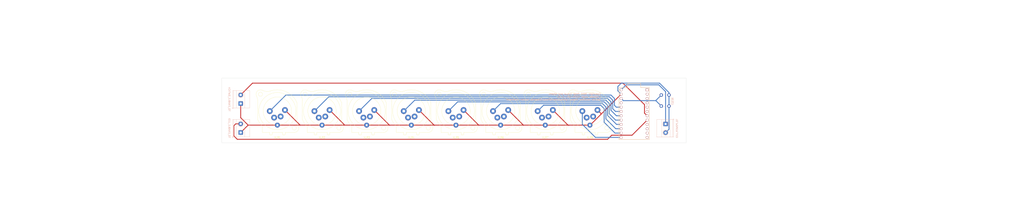
<source format=kicad_pcb>
(kicad_pcb (version 20211014) (generator pcbnew)
  (layers (0 "F.Cu" signal) (31 "B.Cu" signal) (34 "B.Paste" user) (35 "F.Paste" user) (36 "B.SilkS" user "B.Silkscreen") (37 "F.SilkS" user "F.Silkscreen") (38 "B.Mask" user) (39 "F.Mask" user) (44 "Edge.Cuts" user))
  (net 0 "")
  (net 18 "GND")
  (net 20 "Net-(J11-Pad2)")
  (net 21 "Net-(J12-Pad2)")
  (net 22 "Net-(J13-Pad1)")
  (net 23 "Net-(SW1-Pad1)")
  (net 31 "/XLR1")
  (net 32 "/XLR2")
  (net 33 "/XLR3")
  (net 34 "/XLR4")
  (net 35 "/XLR5")
  (net 36 "/XLR6")
  (net 37 "/XLR7")
  (net 38 "/XLR8")
  (footprint "Connector_Audio:Jack_XLR_Neutrik_NC4MBV_Vertical" (layer "F.Cu") (at 158.541849 136.425767)
    (fp_text reference "J4" hide)
    (fp_text value "XLR4" (at 4.445 15.5) (layer "F.SilkS"))
    (fp_line (start 7.5 12.5) (end 7.5 13.7) (layer "F.SilkS") (width 0.12))
    (fp_line (start 15.94 6.18) (end 15.94 -4.9) (layer "F.SilkS") (width 0.12))
    (fp_line (start 9 13.7) (end 8.7 14) (layer "F.SilkS") (width 0.12))
    (fp_line (start 9 12.5) (end 9 13.7) (layer "F.SilkS") (width 0.12))
    (fp_line (start -0.11 13.7) (end 0.19 14) (layer "F.SilkS") (width 0.12))
    (fp_line (start 7.5 13.7) (end 7.8 14) (layer "F.SilkS") (width 0.12))
    (fp_line (start 14.45 12.5) (end 9 12.5) (layer "F.SilkS") (width 0.12))
    (fp_line (start -4.3 12.5) (end -4.3 8.98) (layer "F.SilkS") (width 0.12))
    (fp_line (start 7.8 14) (end 8.7 14) (layer "F.SilkS") (width 0.12))
    (fp_line (start -0.11 12.5) (end -0.11 13.7) (layer "F.SilkS") (width 0.12))
    (fp_line (start 1.39 13.7) (end 1.09 14) (layer "F.SilkS") (width 0.12))
    (fp_line (start 1.39 12.5) (end 1.39 13.7) (layer "F.SilkS") (width 0.12))
    (fp_line (start 1.09 14) (end 0.19 14) (layer "F.SilkS") (width 0.12))
    (fp_line (start -7.05 -6.08) (end -7.05 4.95) (layer "F.SilkS") (width 0.12))
    (fp_line (start 7.5 12.5) (end 1.39 12.5) (layer "F.SilkS") (width 0.12))
    (fp_line (start -0.11 12.5) (end -4.3 12.5) (layer "F.SilkS") (width 0.12))
    (fp_arc (start 0.433843 -11.835383) (mid -1.946442 -11.543029) (end -4.25 -12.21) (layer "F.SilkS") (width 0.12))
    (fp_arc (start -7.729201 -8.641635) (mid -7.2465 -7.39876) (end -7.05 -6.08) (layer "F.SilkS") (width 0.12))
    (fp_arc (start 16.598286 8.654414) (mid 16.841335 10.672303) (end 15.56 12.25) (layer "F.SilkS") (width 0.12))
    (fp_arc (start -7.725637 -8.636048) (mid -7.316154 -11.714819) (end -4.25 -12.21) (layer "F.SilkS") (width 0.12))
    (fp_arc (start 16.596979 8.653179) (mid 16.135244 7.451985) (end 15.94 6.18) (layer "F.SilkS") (width 0.12))
    (fp_arc (start 2.735 8.12) (mid 4.451114 -8.2981) (end 6.143033 8.122511) (layer "F.SilkS") (width 0.12))
    (fp_arc (start 15.558668 12.251777) (mid 15.018058 12.437185) (end 14.45 12.5) (layer "F.SilkS") (width 0.12))
    (fp_arc (start 0.441327 -11.837045) (mid 9.549963 -11.405454) (end 15.94 -4.9) (layer "F.SilkS") (width 0.12))
    (fp_arc (start -4.299846 8.975956) (mid -5.873184 7.098411) (end -7.05 4.95) (layer "F.SilkS") (width 0.12))
    (fp_circle (center -5.45 -9.9) (end -4.25 -9.9) (layer "F.SilkS") (width 0.12) (fill none))
    (fp_circle (center 4.445 0) (end 15.345 0) (layer "F.SilkS") (width 0.12) (fill none))
    (fp_circle (center 14.35 9.9) (end 15.55 9.9) (layer "F.SilkS") (width 0.12) (fill none))
    (pad "1" thru_hole circle (at 0 0) (size 3.4 3.4) (drill 1.6) (layers *.Cu *.Mask) (net 34 "/XLR4"))
    (pad "2" thru_hole circle (at 2.54 3.81) (size 3.4 3.4) (drill 1.6) (layers *.Cu *.Mask))
    (pad "3" thru_hole circle (at 6.35 3.175) (size 3.4 3.4) (drill 1.6) (layers *.Cu *.Mask))
    (pad "4" thru_hole circle (at 8.89 -0.635) (size 3.4 3.4) (drill 1.6) (layers *.Cu *.Mask) (net 18 "GND"))
    (pad "G" thru_hole circle (at 4.445 8.225) (size 2.9 2.9) (drill 1.2) (layers *.Cu *.Mask) (net 18 "GND"))
  )
  (footprint "Connector_Audio:Jack_XLR_Neutrik_NC4MBV_Vertical" (layer "F.Cu") (at 80.048994 136.425767)
    (fp_text reference "J1" hide)
    (fp_text value "XLR1" (at 4.445 15.5) (layer "F.SilkS"))
    (fp_line (start 1.39 12.5) (end 1.39 13.7) (layer "F.SilkS") (width 0.12))
    (fp_line (start 7.5 13.7) (end 7.8 14) (layer "F.SilkS") (width 0.12))
    (fp_line (start -7.05 -6.08) (end -7.05 4.95) (layer "F.SilkS") (width 0.12))
    (fp_line (start 9 13.7) (end 8.7 14) (layer "F.SilkS") (width 0.12))
    (fp_line (start 7.5 12.5) (end 7.5 13.7) (layer "F.SilkS") (width 0.12))
    (fp_line (start 1.09 14) (end 0.19 14) (layer "F.SilkS") (width 0.12))
    (fp_line (start 9 12.5) (end 9 13.7) (layer "F.SilkS") (width 0.12))
    (fp_line (start 1.39 13.7) (end 1.09 14) (layer "F.SilkS") (width 0.12))
    (fp_line (start -0.11 13.7) (end 0.19 14) (layer "F.SilkS") (width 0.12))
    (fp_line (start 14.45 12.5) (end 9 12.5) (layer "F.SilkS") (width 0.12))
    (fp_line (start -0.11 12.5) (end -0.11 13.7) (layer "F.SilkS") (width 0.12))
    (fp_line (start 15.94 6.18) (end 15.94 -4.9) (layer "F.SilkS") (width 0.12))
    (fp_line (start -4.3 12.5) (end -4.3 8.98) (layer "F.SilkS") (width 0.12))
    (fp_line (start 7.8 14) (end 8.7 14) (layer "F.SilkS") (width 0.12))
    (fp_line (start -0.11 12.5) (end -4.3 12.5) (layer "F.SilkS") (width 0.12))
    (fp_line (start 7.5 12.5) (end 1.39 12.5) (layer "F.SilkS") (width 0.12))
    (fp_arc (start -4.299846 8.975956) (mid -5.873184 7.098411) (end -7.05 4.95) (layer "F.SilkS") (width 0.12))
    (fp_arc (start -7.725637 -8.636048) (mid -7.316154 -11.714819) (end -4.25 -12.21) (layer "F.SilkS") (width 0.12))
    (fp_arc (start -7.729201 -8.641635) (mid -7.2465 -7.39876) (end -7.05 -6.08) (layer "F.SilkS") (width 0.12))
    (fp_arc (start 15.558668 12.251777) (mid 15.018058 12.437185) (end 14.45 12.5) (layer "F.SilkS") (width 0.12))
    (fp_arc (start 16.598286 8.654414) (mid 16.841335 10.672303) (end 15.56 12.25) (layer "F.SilkS") (width 0.12))
    (fp_arc (start 16.596979 8.653179) (mid 16.135244 7.451985) (end 15.94 6.18) (layer "F.SilkS") (width 0.12))
    (fp_arc (start 0.433843 -11.835383) (mid -1.946442 -11.543029) (end -4.25 -12.21) (layer "F.SilkS") (width 0.12))
    (fp_arc (start 0.441327 -11.837045) (mid 9.549963 -11.405454) (end 15.94 -4.9) (layer "F.SilkS") (width 0.12))
    (fp_arc (start 2.735 8.12) (mid 4.451114 -8.2981) (end 6.143033 8.122511) (layer "F.SilkS") (width 0.12))
    (fp_circle (center 14.35 9.9) (end 15.55 9.9) (layer "F.SilkS") (width 0.12) (fill none))
    (fp_circle (center 4.445 0) (end 15.345 0) (layer "F.SilkS") (width 0.12) (fill none))
    (fp_circle (center -5.45 -9.9) (end -4.25 -9.9) (layer "F.SilkS") (width 0.12) (fill none))
    (pad "1" thru_hole circle (at 0 0) (size 3.4 3.4) (drill 1.6) (layers *.Cu *.Mask) (net 31 "/XLR1"))
    (pad "2" thru_hole circle (at 2.54 3.81) (size 3.4 3.4) (drill 1.6) (layers *.Cu *.Mask))
    (pad "3" thru_hole circle (at 6.35 3.175) (size 3.4 3.4) (drill 1.6) (layers *.Cu *.Mask))
    (pad "4" thru_hole circle (at 8.89 -0.635) (size 3.4 3.4) (drill 1.6) (layers *.Cu *.Mask) (net 18 "GND"))
    (pad "G" thru_hole circle (at 4.445 8.225) (size 2.9 2.9) (drill 1.2) (layers *.Cu *.Mask) (net 18 "GND"))
  )
  (footprint "Connector_Audio:Jack_XLR_Neutrik_NC4MBV_Vertical" (layer "F.Cu") (at 210.870419 136.425767)
    (fp_text reference "J6" hide)
    (fp_text value "XLR6" (at 4.445 15.5) (layer "F.SilkS"))
    (fp_line (start 1.09 14) (end 0.19 14) (layer "F.SilkS") (width 0.12))
    (fp_line (start 9 13.7) (end 8.7 14) (layer "F.SilkS") (width 0.12))
    (fp_line (start -0.11 13.7) (end 0.19 14) (layer "F.SilkS") (width 0.12))
    (fp_line (start -4.3 12.5) (end -4.3 8.98) (layer "F.SilkS") (width 0.12))
    (fp_line (start 1.39 13.7) (end 1.09 14) (layer "F.SilkS") (width 0.12))
    (fp_line (start 1.39 12.5) (end 1.39 13.7) (layer "F.SilkS") (width 0.12))
    (fp_line (start -0.11 12.5) (end -4.3 12.5) (layer "F.SilkS") (width 0.12))
    (fp_line (start -0.11 12.5) (end -0.11 13.7) (layer "F.SilkS") (width 0.12))
    (fp_line (start 7.5 12.5) (end 7.5 13.7) (layer "F.SilkS") (width 0.12))
    (fp_line (start -7.05 -6.08) (end -7.05 4.95) (layer "F.SilkS") (width 0.12))
    (fp_line (start 7.8 14) (end 8.7 14) (layer "F.SilkS") (width 0.12))
    (fp_line (start 7.5 12.5) (end 1.39 12.5) (layer "F.SilkS") (width 0.12))
    (fp_line (start 15.94 6.18) (end 15.94 -4.9) (layer "F.SilkS") (width 0.12))
    (fp_line (start 9 12.5) (end 9 13.7) (layer "F.SilkS") (width 0.12))
    (fp_line (start 14.45 12.5) (end 9 12.5) (layer "F.SilkS") (width 0.12))
    (fp_line (start 7.5 13.7) (end 7.8 14) (layer "F.SilkS") (width 0.12))
    (fp_arc (start 0.441327 -11.837045) (mid 9.549963 -11.405454) (end 15.94 -4.9) (layer "F.SilkS") (width 0.12))
    (fp_arc (start 2.735 8.12) (mid 4.451114 -8.2981) (end 6.143033 8.122511) (layer "F.SilkS") (width 0.12))
    (fp_arc (start 15.558668 12.251777) (mid 15.018058 12.437185) (end 14.45 12.5) (layer "F.SilkS") (width 0.12))
    (fp_arc (start -7.729201 -8.641635) (mid -7.2465 -7.39876) (end -7.05 -6.08) (layer "F.SilkS") (width 0.12))
    (fp_arc (start -4.299846 8.975956) (mid -5.873184 7.098411) (end -7.05 4.95) (layer "F.SilkS") (width 0.12))
    (fp_arc (start 16.596979 8.653179) (mid 16.135244 7.451985) (end 15.94 6.18) (layer "F.SilkS") (width 0.12))
    (fp_arc (start 16.598286 8.654414) (mid 16.841335 10.672303) (end 15.56 12.25) (layer "F.SilkS") (width 0.12))
    (fp_arc (start -7.725637 -8.636048) (mid -7.316154 -11.714819) (end -4.25 -12.21) (layer "F.SilkS") (width 0.12))
    (fp_arc (start 0.433843 -11.835383) (mid -1.946442 -11.543029) (end -4.25 -12.21) (layer "F.SilkS") (width 0.12))
    (fp_circle (center -5.45 -9.9) (end -4.25 -9.9) (layer "F.SilkS") (width 0.12) (fill none))
    (fp_circle (center 4.445 0) (end 15.345 0) (layer "F.SilkS") (width 0.12) (fill none))
    (fp_circle (center 14.35 9.9) (end 15.55 9.9) (layer "F.SilkS") (width 0.12) (fill none))
    (pad "1" thru_hole circle (at 0 0) (size 3.4 3.4) (drill 1.6) (layers *.Cu *.Mask) (net 36 "/XLR6"))
    (pad "2" thru_hole circle (at 2.54 3.81) (size 3.4 3.4) (drill 1.6) (layers *.Cu *.Mask))
    (pad "3" thru_hole circle (at 6.35 3.175) (size 3.4 3.4) (drill 1.6) (layers *.Cu *.Mask))
    (pad "4" thru_hole circle (at 8.89 -0.635) (size 3.4 3.4) (drill 1.6) (layers *.Cu *.Mask) (net 18 "GND"))
    (pad "G" thru_hole circle (at 4.445 8.225) (size 2.9 2.9) (drill 1.2) (layers *.Cu *.Mask) (net 18 "GND"))
  )
  (footprint "Connector_Audio:Jack_XLR_Neutrik_NC4MBV_Vertical" (layer "F.Cu") (at 132.377564 136.425767)
    (fp_text reference "J3" hide)
    (fp_text value "XLR3" (at 4.445 15.5) (layer "F.SilkS"))
    (fp_line (start 9 12.5) (end 9 13.7) (layer "F.SilkS") (width 0.12))
    (fp_line (start 7.8 14) (end 8.7 14) (layer "F.SilkS") (width 0.12))
    (fp_line (start -0.11 12.5) (end -0.11 13.7) (layer "F.SilkS") (width 0.12))
    (fp_line (start 14.45 12.5) (end 9 12.5) (layer "F.SilkS") (width 0.12))
    (fp_line (start 1.39 13.7) (end 1.09 14) (layer "F.SilkS") (width 0.12))
    (fp_line (start 1.09 14) (end 0.19 14) (layer "F.SilkS") (width 0.12))
    (fp_line (start -0.11 13.7) (end 0.19 14) (layer "F.SilkS") (width 0.12))
    (fp_line (start -0.11 12.5) (end -4.3 12.5) (layer "F.SilkS") (width 0.12))
    (fp_line (start 1.39 12.5) (end 1.39 13.7) (layer "F.SilkS") (width 0.12))
    (fp_line (start 7.5 12.5) (end 7.5 13.7) (layer "F.SilkS") (width 0.12))
    (fp_line (start -7.05 -6.08) (end -7.05 4.95) (layer "F.SilkS") (width 0.12))
    (fp_line (start 7.5 13.7) (end 7.8 14) (layer "F.SilkS") (width 0.12))
    (fp_line (start -4.3 12.5) (end -4.3 8.98) (layer "F.SilkS") (width 0.12))
    (fp_line (start 9 13.7) (end 8.7 14) (layer "F.SilkS") (width 0.12))
    (fp_line (start 15.94 6.18) (end 15.94 -4.9) (layer "F.SilkS") (width 0.12))
    (fp_line (start 7.5 12.5) (end 1.39 12.5) (layer "F.SilkS") (width 0.12))
    (fp_arc (start 0.441327 -11.837045) (mid 9.549963 -11.405454) (end 15.94 -4.9) (layer "F.SilkS") (width 0.12))
    (fp_arc (start -7.729201 -8.641635) (mid -7.2465 -7.39876) (end -7.05 -6.08) (layer "F.SilkS") (width 0.12))
    (fp_arc (start 16.598286 8.654414) (mid 16.841335 10.672303) (end 15.56 12.25) (layer "F.SilkS") (width 0.12))
    (fp_arc (start 16.596979 8.653179) (mid 16.135244 7.451985) (end 15.94 6.18) (layer "F.SilkS") (width 0.12))
    (fp_arc (start 0.433843 -11.835383) (mid -1.946442 -11.543029) (end -4.25 -12.21) (layer "F.SilkS") (width 0.12))
    (fp_arc (start 15.558668 12.251777) (mid 15.018058 12.437185) (end 14.45 12.5) (layer "F.SilkS") (width 0.12))
    (fp_arc (start 2.735 8.12) (mid 4.451114 -8.2981) (end 6.143033 8.122511) (layer "F.SilkS") (width 0.12))
    (fp_arc (start -7.725637 -8.636048) (mid -7.316154 -11.714819) (end -4.25 -12.21) (layer "F.SilkS") (width 0.12))
    (fp_arc (start -4.299846 8.975956) (mid -5.873184 7.098411) (end -7.05 4.95) (layer "F.SilkS") (width 0.12))
    (fp_circle (center -5.45 -9.9) (end -4.25 -9.9) (layer "F.SilkS") (width 0.12) (fill none))
    (fp_circle (center 14.35 9.9) (end 15.55 9.9) (layer "F.SilkS") (width 0.12) (fill none))
    (fp_circle (center 4.445 0) (end 15.345 0) (layer "F.SilkS") (width 0.12) (fill none))
    (pad "1" thru_hole circle (at 0 0) (size 3.4 3.4) (drill 1.6) (layers *.Cu *.Mask) (net 33 "/XLR3"))
    (pad "2" thru_hole circle (at 2.54 3.81) (size 3.4 3.4) (drill 1.6) (layers *.Cu *.Mask))
    (pad "3" thru_hole circle (at 6.35 3.175) (size 3.4 3.4) (drill 1.6) (layers *.Cu *.Mask))
    (pad "4" thru_hole circle (at 8.89 -0.635) (size 3.4 3.4) (drill 1.6) (layers *.Cu *.Mask) (net 18 "GND"))
    (pad "G" thru_hole circle (at 4.445 8.225) (size 2.9 2.9) (drill 1.2) (layers *.Cu *.Mask) (net 18 "GND"))
  )
  (footprint "Connector_Audio:Jack_XLR_Neutrik_NC4MBV_Vertical" (layer "F.Cu") (at 237.034704 136.425767)
    (fp_text reference "J7" hide)
    (fp_text value "XLR7" (at 4.445 15.5) (layer "F.SilkS"))
    (fp_line (start 9 13.7) (end 8.7 14) (layer "F.SilkS") (width 0.12))
    (fp_line (start 7.5 12.5) (end 1.39 12.5) (layer "F.SilkS") (width 0.12))
    (fp_line (start -4.3 12.5) (end -4.3 8.98) (layer "F.SilkS") (width 0.12))
    (fp_line (start 7.5 12.5) (end 7.5 13.7) (layer "F.SilkS") (width 0.12))
    (fp_line (start -0.11 13.7) (end 0.19 14) (layer "F.SilkS") (width 0.12))
    (fp_line (start 1.39 12.5) (end 1.39 13.7) (layer "F.SilkS") (width 0.12))
    (fp_line (start -0.11 12.5) (end -0.11 13.7) (layer "F.SilkS") (width 0.12))
    (fp_line (start 14.45 12.5) (end 9 12.5) (layer "F.SilkS") (width 0.12))
    (fp_line (start 9 12.5) (end 9 13.7) (layer "F.SilkS") (width 0.12))
    (fp_line (start -7.05 -6.08) (end -7.05 4.95) (layer "F.SilkS") (width 0.12))
    (fp_line (start 7.8 14) (end 8.7 14) (layer "F.SilkS") (width 0.12))
    (fp_line (start 15.94 6.18) (end 15.94 -4.9) (layer "F.SilkS") (width 0.12))
    (fp_line (start 1.09 14) (end 0.19 14) (layer "F.SilkS") (width 0.12))
    (fp_line (start 1.39 13.7) (end 1.09 14) (layer "F.SilkS") (width 0.12))
    (fp_line (start 7.5 13.7) (end 7.8 14) (layer "F.SilkS") (width 0.12))
    (fp_line (start -0.11 12.5) (end -4.3 12.5) (layer "F.SilkS") (width 0.12))
    (fp_arc (start 16.596979 8.653179) (mid 16.135244 7.451985) (end 15.94 6.18) (layer "F.SilkS") (width 0.12))
    (fp_arc (start 0.433843 -11.835383) (mid -1.946442 -11.543029) (end -4.25 -12.21) (layer "F.SilkS") (width 0.12))
    (fp_arc (start 2.735 8.12) (mid 4.451114 -8.2981) (end 6.143033 8.122511) (layer "F.SilkS") (width 0.12))
    (fp_arc (start 15.558668 12.251777) (mid 15.018058 12.437185) (end 14.45 12.5) (layer "F.SilkS") (width 0.12))
    (fp_arc (start -7.729201 -8.641635) (mid -7.2465 -7.39876) (end -7.05 -6.08) (layer "F.SilkS") (width 0.12))
    (fp_arc (start -7.725637 -8.636048) (mid -7.316154 -11.714819) (end -4.25 -12.21) (layer "F.SilkS") (width 0.12))
    (fp_arc (start 16.598286 8.654414) (mid 16.841335 10.672303) (end 15.56 12.25) (layer "F.SilkS") (width 0.12))
    (fp_arc (start -4.299846 8.975956) (mid -5.873184 7.098411) (end -7.05 4.95) (layer "F.SilkS") (width 0.12))
    (fp_arc (start 0.441327 -11.837045) (mid 9.549963 -11.405454) (end 15.94 -4.9) (layer "F.SilkS") (width 0.12))
    (fp_circle (center 4.445 0) (end 15.345 0) (layer "F.SilkS") (width 0.12) (fill none))
    (fp_circle (center 14.35 9.9) (end 15.55 9.9) (layer "F.SilkS") (width 0.12) (fill none))
    (fp_circle (center -5.45 -9.9) (end -4.25 -9.9) (layer "F.SilkS") (width 0.12) (fill none))
    (pad "1" thru_hole circle (at 0 0) (size 3.4 3.4) (drill 1.6) (layers *.Cu *.Mask) (net 37 "/XLR7"))
    (pad "2" thru_hole circle (at 2.54 3.81) (size 3.4 3.4) (drill 1.6) (layers *.Cu *.Mask))
    (pad "3" thru_hole circle (at 6.35 3.175) (size 3.4 3.4) (drill 1.6) (layers *.Cu *.Mask))
    (pad "4" thru_hole circle (at 8.89 -0.635) (size 3.4 3.4) (drill 1.6) (layers *.Cu *.Mask) (net 18 "GND"))
    (pad "G" thru_hole circle (at 4.445 8.225) (size 2.9 2.9) (drill 1.2) (layers *.Cu *.Mask) (net 18 "GND"))
  )
  (footprint "Connector_Audio:Jack_XLR_Neutrik_NC4MBV_Vertical" (layer "F.Cu") (at 263.198994 136.425767)
    (fp_text reference "J8" hide)
    (fp_text value "XLR8" (at 4.445 15.5) (layer "F.SilkS"))
    (fp_line (start 1.09 14) (end 0.19 14) (layer "F.SilkS") (width 0.12))
    (fp_line (start -0.11 12.5) (end -4.3 12.5) (layer "F.SilkS") (width 0.12))
    (fp_line (start 15.94 6.18) (end 15.94 -4.9) (layer "F.SilkS") (width 0.12))
    (fp_line (start -7.05 -6.08) (end -7.05 4.95) (layer "F.SilkS") (width 0.12))
    (fp_line (start 14.45 12.5) (end 9 12.5) (layer "F.SilkS") (width 0.12))
    (fp_line (start -0.11 12.5) (end -0.11 13.7) (layer "F.SilkS") (width 0.12))
    (fp_line (start 7.5 13.7) (end 7.8 14) (layer "F.SilkS") (width 0.12))
    (fp_line (start 1.39 13.7) (end 1.09 14) (layer "F.SilkS") (width 0.12))
    (fp_line (start -4.3 12.5) (end -4.3 8.98) (layer "F.SilkS") (width 0.12))
    (fp_line (start -0.11 13.7) (end 0.19 14) (layer "F.SilkS") (width 0.12))
    (fp_line (start 7.5 12.5) (end 7.5 13.7) (layer "F.SilkS") (width 0.12))
    (fp_line (start 1.39 12.5) (end 1.39 13.7) (layer "F.SilkS") (width 0.12))
    (fp_line (start 9 12.5) (end 9 13.7) (layer "F.SilkS") (width 0.12))
    (fp_line (start 7.5 12.5) (end 1.39 12.5) (layer "F.SilkS") (width 0.12))
    (fp_line (start 9 13.7) (end 8.7 14) (layer "F.SilkS") (width 0.12))
    (fp_line (start 7.8 14) (end 8.7 14) (layer "F.SilkS") (width 0.12))
    (fp_arc (start 15.558668 12.251777) (mid 15.018058 12.437185) (end 14.45 12.5) (layer "F.SilkS") (width 0.12))
    (fp_arc (start 16.596979 8.653179) (mid 16.135244 7.451985) (end 15.94 6.18) (layer "F.SilkS") (width 0.12))
    (fp_arc (start -7.729201 -8.641635) (mid -7.2465 -7.39876) (end -7.05 -6.08) (layer "F.SilkS") (width 0.12))
    (fp_arc (start 0.433843 -11.835383) (mid -1.946442 -11.543029) (end -4.25 -12.21) (layer "F.SilkS") (width 0.12))
    (fp_arc (start -4.299846 8.975956) (mid -5.873184 7.098411) (end -7.05 4.95) (layer "F.SilkS") (width 0.12))
    (fp_arc (start 2.735 8.12) (mid 4.451114 -8.2981) (end 6.143033 8.122511) (layer "F.SilkS") (width 0.12))
    (fp_arc (start 0.441327 -11.837045) (mid 9.549963 -11.405454) (end 15.94 -4.9) (layer "F.SilkS") (width 0.12))
    (fp_arc (start 16.598286 8.654414) (mid 16.841335 10.672303) (end 15.56 12.25) (layer "F.SilkS") (width 0.12))
    (fp_arc (start -7.725637 -8.636048) (mid -7.316154 -11.714819) (end -4.25 -12.21) (layer "F.SilkS") (width 0.12))
    (fp_circle (center -5.45 -9.9) (end -4.25 -9.9) (layer "F.SilkS") (width 0.12) (fill none))
    (fp_circle (center 14.35 9.9) (end 15.55 9.9) (layer "F.SilkS") (width 0.12) (fill none))
    (fp_circle (center 4.445 0) (end 15.345 0) (layer "F.SilkS") (width 0.12) (fill none))
    (pad "1" thru_hole circle (at 0 0) (size 3.4 3.4) (drill 1.6) (layers *.Cu *.Mask) (net 38 "/XLR8"))
    (pad "2" thru_hole circle (at 2.54 3.81) (size 3.4 3.4) (drill 1.6) (layers *.Cu *.Mask))
    (pad "3" thru_hole circle (at 6.35 3.175) (size 3.4 3.4) (drill 1.6) (layers *.Cu *.Mask))
    (pad "4" thru_hole circle (at 8.89 -0.635) (size 3.4 3.4) (drill 1.6) (layers *.Cu *.Mask) (net 18 "GND"))
    (pad "G" thru_hole circle (at 4.445 8.225) (size 2.9 2.9) (drill 1.2) (layers *.Cu *.Mask) (net 18 "GND"))
  )
  (footprint "Connector_Audio:Jack_XLR_Neutrik_NC4MBV_Vertical" (layer "F.Cu") (at 184.706134 136.425767)
    (fp_text reference "J5" hide)
    (fp_text value "XLR5" (at 4.445 15.5) (layer "F.SilkS"))
    (fp_line (start -7.05 -6.08) (end -7.05 4.95) (layer "F.SilkS") (width 0.12))
    (fp_line (start 7.5 12.5) (end 7.5 13.7) (layer "F.SilkS") (width 0.12))
    (fp_line (start 14.45 12.5) (end 9 12.5) (layer "F.SilkS") (width 0.12))
    (fp_line (start -0.11 13.7) (end 0.19 14) (layer "F.SilkS") (width 0.12))
    (fp_line (start -4.3 12.5) (end -4.3 8.98) (layer "F.SilkS") (width 0.12))
    (fp_line (start 7.8 14) (end 8.7 14) (layer "F.SilkS") (width 0.12))
    (fp_line (start 1.09 14) (end 0.19 14) (layer "F.SilkS") (width 0.12))
    (fp_line (start 7.5 13.7) (end 7.8 14) (layer "F.SilkS") (width 0.12))
    (fp_line (start 9 12.5) (end 9 13.7) (layer "F.SilkS") (width 0.12))
    (fp_line (start 7.5 12.5) (end 1.39 12.5) (layer "F.SilkS") (width 0.12))
    (fp_line (start 9 13.7) (end 8.7 14) (layer "F.SilkS") (width 0.12))
    (fp_line (start -0.11 12.5) (end -4.3 12.5) (layer "F.SilkS") (width 0.12))
    (fp_line (start 1.39 13.7) (end 1.09 14) (layer "F.SilkS") (width 0.12))
    (fp_line (start 1.39 12.5) (end 1.39 13.7) (layer "F.SilkS") (width 0.12))
    (fp_line (start -0.11 12.5) (end -0.11 13.7) (layer "F.SilkS") (width 0.12))
    (fp_line (start 15.94 6.18) (end 15.94 -4.9) (layer "F.SilkS") (width 0.12))
    (fp_arc (start 2.735 8.12) (mid 4.451114 -8.2981) (end 6.143033 8.122511) (layer "F.SilkS") (width 0.12))
    (fp_arc (start 16.596979 8.653179) (mid 16.135244 7.451985) (end 15.94 6.18) (layer "F.SilkS") (width 0.12))
    (fp_arc (start 0.441327 -11.837045) (mid 9.549963 -11.405454) (end 15.94 -4.9) (layer "F.SilkS") (width 0.12))
    (fp_arc (start -7.729201 -8.641635) (mid -7.2465 -7.39876) (end -7.05 -6.08) (layer "F.SilkS") (width 0.12))
    (fp_arc (start 0.433843 -11.835383) (mid -1.946442 -11.543029) (end -4.25 -12.21) (layer "F.SilkS") (width 0.12))
    (fp_arc (start -7.725637 -8.636048) (mid -7.316154 -11.714819) (end -4.25 -12.21) (layer "F.SilkS") (width 0.12))
    (fp_arc (start 16.598286 8.654414) (mid 16.841335 10.672303) (end 15.56 12.25) (layer "F.SilkS") (width 0.12))
    (fp_arc (start 15.558668 12.251777) (mid 15.018058 12.437185) (end 14.45 12.5) (layer "F.SilkS") (width 0.12))
    (fp_arc (start -4.299846 8.975956) (mid -5.873184 7.098411) (end -7.05 4.95) (layer "F.SilkS") (width 0.12))
    (fp_circle (center -5.45 -9.9) (end -4.25 -9.9) (layer "F.SilkS") (width 0.12) (fill none))
    (fp_circle (center 4.445 0) (end 15.345 0) (layer "F.SilkS") (width 0.12) (fill none))
    (fp_circle (center 14.35 9.9) (end 15.55 9.9) (layer "F.SilkS") (width 0.12) (fill none))
    (pad "1" thru_hole circle (at 0 0) (size 3.4 3.4) (drill 1.6) (layers *.Cu *.Mask) (net 35 "/XLR5"))
    (pad "2" thru_hole circle (at 2.54 3.81) (size 3.4 3.4) (drill 1.6) (layers *.Cu *.Mask))
    (pad "3" thru_hole circle (at 6.35 3.175) (size 3.4 3.4) (drill 1.6) (layers *.Cu *.Mask))
    (pad "4" thru_hole circle (at 8.89 -0.635) (size 3.4 3.4) (drill 1.6) (layers *.Cu *.Mask) (net 18 "GND"))
    (pad "G" thru_hole circle (at 4.445 8.225) (size 2.9 2.9) (drill 1.2) (layers *.Cu *.Mask) (net 18 "GND"))
  )
  (footprint "Connector_Audio:Jack_XLR_Neutrik_NC4MBV_Vertical" (layer "F.Cu") (at 106.213279 136.425767)
    (fp_text reference "J2" hide)
    (fp_text value "XLR2" (at 4.445 15.5) (layer "F.SilkS"))
    (fp_line (start -0.11 12.5) (end -4.3 12.5) (layer "F.SilkS") (width 0.12))
    (fp_line (start -7.05 -6.08) (end -7.05 4.95) (layer "F.SilkS") (width 0.12))
    (fp_line (start 7.5 13.7) (end 7.8 14) (layer "F.SilkS") (width 0.12))
    (fp_line (start 9 12.5) (end 9 13.7) (layer "F.SilkS") (width 0.12))
    (fp_line (start 1.39 12.5) (end 1.39 13.7) (layer "F.SilkS") (width 0.12))
    (fp_line (start 9 13.7) (end 8.7 14) (layer "F.SilkS") (width 0.12))
    (fp_line (start -0.11 12.5) (end -0.11 13.7) (layer "F.SilkS") (width 0.12))
    (fp_line (start 7.5 12.5) (end 1.39 12.5) (layer "F.SilkS") (width 0.12))
    (fp_line (start 7.8 14) (end 8.7 14) (layer "F.SilkS") (width 0.12))
    (fp_line (start 15.94 6.18) (end 15.94 -4.9) (layer "F.SilkS") (width 0.12))
    (fp_line (start 7.5 12.5) (end 7.5 13.7) (layer "F.SilkS") (width 0.12))
    (fp_line (start 1.09 14) (end 0.19 14) (layer "F.SilkS") (width 0.12))
    (fp_line (start 14.45 12.5) (end 9 12.5) (layer "F.SilkS") (width 0.12))
    (fp_line (start 1.39 13.7) (end 1.09 14) (layer "F.SilkS") (width 0.12))
    (fp_line (start -0.11 13.7) (end 0.19 14) (layer "F.SilkS") (width 0.12))
    (fp_line (start -4.3 12.5) (end -4.3 8.98) (layer "F.SilkS") (width 0.12))
    (fp_arc (start 0.441327 -11.837045) (mid 9.549963 -11.405454) (end 15.94 -4.9) (layer "F.SilkS") (width 0.12))
    (fp_arc (start 0.433843 -11.835383) (mid -1.946442 -11.543029) (end -4.25 -12.21) (layer "F.SilkS") (width 0.12))
    (fp_arc (start -4.299846 8.975956) (mid -5.873184 7.098411) (end -7.05 4.95) (layer "F.SilkS") (width 0.12))
    (fp_arc (start 2.735 8.12) (mid 4.451114 -8.2981) (end 6.143033 8.122511) (layer "F.SilkS") (width 0.12))
    (fp_arc (start 16.596979 8.653179) (mid 16.135244 7.451985) (end 15.94 6.18) (layer "F.SilkS") (width 0.12))
    (fp_arc (start 15.558668 12.251777) (mid 15.018058 12.437185) (end 14.45 12.5) (layer "F.SilkS") (width 0.12))
    (fp_arc (start -7.725637 -8.636048) (mid -7.316154 -11.714819) (end -4.25 -12.21) (layer "F.SilkS") (width 0.12))
    (fp_arc (start 16.598286 8.654414) (mid 16.841335 10.672303) (end 15.56 12.25) (layer "F.SilkS") (width 0.12))
    (fp_arc (start -7.729201 -8.641635) (mid -7.2465 -7.39876) (end -7.05 -6.08) (layer "F.SilkS") (width 0.12))
    (fp_circle (center 4.445 0) (end 15.345 0) (layer "F.SilkS") (width 0.12) (fill none))
    (fp_circle (center -5.45 -9.9) (end -4.25 -9.9) (layer "F.SilkS") (width 0.12) (fill none))
    (fp_circle (center 14.35 9.9) (end 15.55 9.9) (layer "F.SilkS") (width 0.12) (fill none))
    (pad "1" thru_hole circle (at 0 0) (size 3.4 3.4) (drill 1.6) (layers *.Cu *.Mask) (net 32 "/XLR2"))
    (pad "2" thru_hole circle (at 2.54 3.81) (size 3.4 3.4) (drill 1.6) (layers *.Cu *.Mask))
    (pad "3" thru_hole circle (at 6.35 3.175) (size 3.4 3.4) (drill 1.6) (layers *.Cu *.Mask))
    (pad "4" thru_hole circle (at 8.89 -0.635) (size 3.4 3.4) (drill 1.6) (layers *.Cu *.Mask) (net 18 "GND"))
    (pad "G" thru_hole circle (at 4.445 8.225) (size 2.9 2.9) (drill 1.2) (layers *.Cu *.Mask) (net 18 "GND"))
  )
  (footprint "Arduino_Pro_Micro:ProMicro" (layer "B.Cu") (at 293.583118 137.900579 -90)
    (fp_text reference "U1" hide)
    (fp_text value "Arduino Pro Micro")
    (fp_line (start -15.24 8.89) (end 15.24 8.89) (layer "B.SilkS") (width 0.15))
    (fp_line (start -15.24 -3.81) (end -17.78 -3.81) (layer "B.SilkS") (width 0.15))
    (fp_line (start 15.24 8.89) (end 15.24 -8.89) (layer "B.SilkS") (width 0.15))
    (fp_line (start -15.24 -8.89) (end 15.24 -8.89) (layer "B.SilkS") (width 0.15))
    (fp_line (start -15.24 3.81) (end -15.24 8.89) (layer "B.SilkS") (width 0.15))
    (fp_line (start -17.78 -3.81) (end -17.78 3.81) (layer "B.SilkS") (width 0.15))
    (fp_line (start -17.78 3.81) (end -15.24 3.81) (layer "B.SilkS") (width 0.15))
    (fp_line (start -15.24 -8.89) (end -15.24 -3.81) (layer "B.SilkS") (width 0.15))
    (fp_line (start -17.78 3.81) (end -15.24 3.81) (layer "F.SilkS") (width 0.15))
    (fp_line (start -15.24 3.81) (end -15.24 8.89) (layer "F.SilkS") (width 0.15))
    (fp_line (start -17.78 -3.81) (end -17.78 3.81) (layer "F.SilkS") (width 0.15))
    (fp_line (start -15.24 -3.81) (end -17.78 -3.81) (layer "F.SilkS") (width 0.15))
    (fp_line (start -15.24 8.89) (end 15.24 8.89) (layer "F.SilkS") (width 0.15))
    (fp_line (start -15.24 -8.89) (end -15.24 -3.81) (layer "F.SilkS") (width 0.15))
    (fp_line (start 15.24 -8.89) (end -15.24 -8.89) (layer "F.SilkS") (width 0.15))
    (fp_line (start 15.24 8.89) (end 15.24 -8.89) (layer "F.SilkS") (width 0.15))
    (pad "1" thru_hole rect locked (at -13.97 -7.62 270) (size 1.6 1.6) (drill 1.1) (layers *.Cu *.Mask "B.SilkS"))
    (pad "2" thru_hole circle locked (at -11.43 -7.62 270) (size 1.6 1.6) (drill 1.1) (layers *.Cu *.Mask "B.SilkS"))
    (pad "3" thru_hole circle locked (at -8.89 -7.62 270) (size 1.6 1.6) (drill 1.1) (layers *.Cu *.Mask "B.SilkS"))
    (pad "4" thru_hole circle locked (at -6.35 -7.62 270) (size 1.6 1.6) (drill 1.1) (layers *.Cu *.Mask "B.SilkS"))
    (pad "5" thru_hole circle locked (at -3.81 -7.62 270) (size 1.6 1.6) (drill 1.1) (layers *.Cu *.Mask "B.SilkS"))
    (pad "6" thru_hole circle locked (at -1.27 -7.62 270) (size 1.6 1.6) (drill 1.1) (layers *.Cu *.Mask "B.SilkS"))
    (pad "7" thru_hole circle locked (at 1.27 -7.62 270) (size 1.6 1.6) (drill 1.1) (layers *.Cu *.Mask "B.SilkS") (net 20 "Net-(J11-Pad2)"))
    (pad "8" thru_hole circle locked (at 3.81 -7.62 270) (size 1.6 1.6) (drill 1.1) (layers *.Cu *.Mask "B.SilkS") (net 21 "Net-(J12-Pad2)"))
    (pad "9" thru_hole circle locked (at 6.35 -7.62 270) (size 1.6 1.6) (drill 1.1) (layers *.Cu *.Mask "B.SilkS"))
    (pad "10" thru_hole circle locked (at 8.89 -7.62 270) (size 1.6 1.6) (drill 1.1) (layers *.Cu *.Mask "B.SilkS"))
    (pad "11" thru_hole circle locked (at 11.43 -7.62 270) (size 1.6 1.6) (drill 1.1) (layers *.Cu *.Mask "B.SilkS"))
    (pad "12" thru_hole circle locked (at 13.97 -7.62 270) (size 1.6 1.6) (drill 1.1) (layers *.Cu *.Mask "B.SilkS"))
    (pad "13" thru_hole circle locked (at 13.97 7.62 270) (size 1.6 1.6) (drill 1.1) (layers *.Cu *.Mask "B.SilkS") (net 38 "/XLR8"))
    (pad "14" thru_hole circle locked (at 11.43 7.62 270) (size 1.6 1.6) (drill 1.1) (layers *.Cu *.Mask "B.SilkS") (net 37 "/XLR7"))
    (pad "15" thru_hole circle locked (at 8.89 7.62 270) (size 1.6 1.6) (drill 1.1) (layers *.Cu *.Mask "B.SilkS") (net 36 "/XLR6"))
    (pad "16" thru_hole circle locked (at 6.35 7.62 270) (size 1.6 1.6) (drill 1.1) (layers *.Cu *.Mask "B.SilkS") (net 35 "/XLR5"))
    (pad "17" thru_hole circle locked (at 3.81 7.62 270) (size 1.6 1.6) (drill 1.1) (layers *.Cu *.Mask "B.SilkS") (net 34 "/XLR4"))
    (pad "18" thru_hole circle locked (at 1.27 7.62 270) (size 1.6 1.6) (drill 1.1) (layers *.Cu *.Mask "B.SilkS") (net 33 "/XLR3"))
    (pad "19" thru_hole circle locked (at -1.27 7.62 270) (size 1.6 1.6) (drill 1.1) (layers *.Cu *.Mask "B.SilkS") (net 32 "/XLR2"))
    (pad "20" thru_hole circle locked (at -3.81 7.62 270) (size 1.6 1.6) (drill 1.1) (layers *.Cu *.Mask "B.SilkS") (net 31 "/XLR1"))
    (pad "21" thru_hole circle locked (at -6.35 7.62 270) (size 1.6 1.6) (drill 1.1) (layers *.Cu *.Mask "B.SilkS"))
    (pad "22" thru_hole circle locked (at -8.89 7.62 270) (size 1.6 1.6) (drill 1.1) (layers *.Cu *.Mask "B.SilkS") (net 23 "Net-(SW1-Pad1)"))
    (pad "23" thru_hole circle locked (at -11.43 7.62 270) (size 1.6 1.6) (drill 1.1) (layers *.Cu *.Mask "B.SilkS") (net 18 "GND"))
    (pad "24" thru_hole circle locked (at -13.97 7.62 270) (size 1.6 1.6) (drill 1.1) (layers *.Cu *.Mask "B.SilkS") (net 22 "Net-(J13-Pad1)"))
  )
  (footprint "Button_Switch_THT:SW_PUSH_6mm" (layer "B.Cu") (at 309.490834 126.978069 -90)
    (fp_text reference "SW1" hide)
    (fp_text value "RESET" (at 3.75 -6.7 90) (layer "B.SilkS") (effects (justify mirror)))
    (fp_line (start 6.75 -3) (end 6.75 -1.5) (layer "B.SilkS") (width 0.12))
    (fp_line (start 1 -5.5) (end 5.5 -5.5) (layer "B.SilkS") (width 0.12))
    (fp_line (start 5.5 1) (end 1 1) (layer "B.SilkS") (width 0.12))
    (fp_line (start -0.25 -1.5) (end -0.25 -3) (layer "B.SilkS") (width 0.12))
    (pad "1" thru_hole circle (at 0 0 180) (size 2 2) (drill 1.1) (layers *.Cu *.Mask) (net 23 "Net-(SW1-Pad1)"))
    (pad "1" thru_hole circle (at 6.5 0 180) (size 2 2) (drill 1.1) (layers *.Cu *.Mask) (net 23 "Net-(SW1-Pad1)"))
    (pad "2" thru_hole circle (at 0 -4.5 180) (size 2 2) (drill 1.1) (layers *.Cu *.Mask) (net 18 "GND"))
    (pad "2" thru_hole circle (at 6.5 -4.5 180) (size 2 2) (drill 1.1) (layers *.Cu *.Mask) (net 18 "GND"))
  )
  (footprint "TerminalBlock_Phoenix:TerminalBlock_Phoenix_MKDS-1,5-2-5.08_1x02_P5.08mm_Horizontal" (layer "B.Cu") (at 63 149 90)
    (fp_text reference "J12" hide)
    (fp_text value "TO_ENABLE_LED" (at 2.54 -6.66 270 unlocked) (layer "B.SilkS") (effects (justify mirror)))
    (fp_line (start 7.68 5.261) (end 7.68 -4.66) (layer "B.SilkS") (width 0.12))
    (fp_line (start 4.046 -1.239) (end 4.011 -1.274) (layer "B.SilkS") (width 0.12))
    (fp_line (start -2.6 5.261) (end -2.6 -4.66) (layer "B.SilkS") (width 0.12))
    (fp_line (start -2.6 -4.66) (end 7.68 -4.66) (layer "B.SilkS") (width 0.12))
    (fp_line (start -2.6 2.301) (end 7.68 2.301) (layer "B.SilkS") (width 0.12))
    (fp_line (start 6.15 1.275) (end 6.115 1.239) (layer "B.SilkS") (width 0.12))
    (fp_line (start 6.355 1.069) (end 6.308 1.023) (layer "B.SilkS") (width 0.12))
    (fp_line (start -2.6 -4.1) (end 7.68 -4.1) (layer "B.SilkS") (width 0.12))
    (fp_line (start -2.6 5.261) (end 7.68 5.261) (layer "B.SilkS") (width 0.12))
    (fp_line (start 3.853 -1.023) (end 3.806 -1.069) (layer "B.SilkS") (width 0.12))
    (fp_line (start -2.84 -4.16) (end -2.84 -4.9) (layer "B.SilkS") (width 0.12))
    (fp_line (start -2.6 -2.6) (end 7.68 -2.6) (layer "B.SilkS") (width 0.12))
    (fp_line (start -2.84 -4.9) (end -2.34 -4.9) (layer "B.SilkS") (width 0.12))
    (fp_arc (start 1.535 -0.684) (mid 1.6805 -0.000524) (end 1.535427 0.683042) (layer "B.SilkS") (width 0.12))
    (fp_arc (start 0.684 1.535) (mid 0.000524 1.680501) (end -0.683042 1.535427) (layer "B.SilkS") (width 0.12))
    (fp_arc (start -0.684 -1.535) (mid -0.335551 -1.646659) (end 0.028805 -1.680253) (layer "B.SilkS") (width 0.12))
    (fp_arc (start -1.535 0.684) (mid -1.680501 0.000524) (end -1.535427 -0.683042) (layer "B.SilkS") (width 0.12))
    (fp_arc (start 0 -1.68) (mid 0.349292 -1.643288) (end 0.683318 -1.534756) (layer "B.SilkS") (width 0.12))
    (fp_circle (center 5.08 0) (end 6.76 0) (layer "B.SilkS") (width 0.12) (fill none))
    (pad "1" thru_hole rect (at 0 0 90) (size 2.6 2.6) (drill 1.3) (layers *.Cu *.Mask) (net 18 "GND"))
    (pad "2" thru_hole circle (at 5.08 0 90) (size 2.6 2.6) (drill 1.3) (layers *.Cu *.Mask) (net 21 "Net-(J12-Pad2)"))
  )
  (footprint "TerminalBlock_Phoenix:TerminalBlock_Phoenix_MKDS-1,5-2-5.08_1x02_P5.08mm_Horizontal" (layer "B.Cu") (at 312 144 -90)
    (fp_text reference "J13" hide)
    (fp_text value "TO_POWER_LED" (at 2.54 -6.66 90) (layer "B.SilkS") (effects (justify mirror)))
    (fp_line (start -2.6 5.261) (end 7.68 5.261) (layer "B.SilkS") (width 0.12))
    (fp_line (start -2.6 5.261) (end -2.6 -4.66) (layer "B.SilkS") (width 0.12))
    (fp_line (start -2.84 -4.9) (end -2.34 -4.9) (layer "B.SilkS") (width 0.12))
    (fp_line (start 3.853 -1.023) (end 3.806 -1.069) (layer "B.SilkS") (width 0.12))
    (fp_line (start 6.15 1.275) (end 6.115 1.239) (layer "B.SilkS") (width 0.12))
    (fp_line (start 7.68 5.261) (end 7.68 -4.66) (layer "B.SilkS") (width 0.12))
    (fp_line (start -2.6 -2.6) (end 7.68 -2.6) (layer "B.SilkS") (width 0.12))
    (fp_line (start -2.6 2.301) (end 7.68 2.301) (layer "B.SilkS") (width 0.12))
    (fp_line (start -2.6 -4.66) (end 7.68 -4.66) (layer "B.SilkS") (width 0.12))
    (fp_line (start 6.355 1.069) (end 6.308 1.023) (layer "B.SilkS") (width 0.12))
    (fp_line (start 4.046 -1.239) (end 4.011 -1.274) (layer "B.SilkS") (width 0.12))
    (fp_line (start -2.84 -4.16) (end -2.84 -4.9) (layer "B.SilkS") (width 0.12))
    (fp_line (start -2.6 -4.1) (end 7.68 -4.1) (layer "B.SilkS") (width 0.12))
    (fp_arc (start -1.535 0.684) (mid -1.680501 0.000524) (end -1.535427 -0.683042) (layer "B.SilkS") (width 0.12))
    (fp_arc (start -0.684 -1.535) (mid -0.335551 -1.646659) (end 0.028805 -1.680253) (layer "B.SilkS") (width 0.12))
    (fp_arc (start 0 -1.68) (mid 0.349292 -1.643288) (end 0.683318 -1.534756) (layer "B.SilkS") (width 0.12))
    (fp_arc (start 0.684 1.535) (mid 0.000524 1.680501) (end -0.683042 1.535427) (layer "B.SilkS") (width 0.12))
    (fp_arc (start 1.535 -0.684) (mid 1.6805 -0.000524) (end 1.535427 0.683042) (layer "B.SilkS") (width 0.12))
    (fp_circle (center 5.08 0) (end 6.76 0) (layer "B.SilkS") (width 0.12) (fill none))
    (pad "1" thru_hole rect (at 0 0 270) (size 2.6 2.6) (drill 1.3) (layers *.Cu *.Mask) (net 22 "Net-(J13-Pad1)"))
    (pad "2" thru_hole circle (at 5.08 0 270) (size 2.6 2.6) (drill 1.3) (layers *.Cu *.Mask) (net 18 "GND"))
  )
  (footprint "TerminalBlock_Phoenix:TerminalBlock_Phoenix_MKDS-1,5-2-5.08_1x02_P5.08mm_Horizontal" (layer "B.Cu") (at 63 132 90)
    (fp_text reference "J11" hide)
    (fp_text value "TO_ENABLE_SWTICH" (at 2.54 -6.66 270 unlocked) (layer "B.SilkS") (effects (justify mirror)))
    (fp_line (start -2.84 -4.9) (end -2.34 -4.9) (layer "B.SilkS") (width 0.12))
    (fp_line (start -2.6 5.261) (end -2.6 -4.66) (layer "B.SilkS") (width 0.12))
    (fp_line (start -2.6 5.261) (end 7.68 5.261) (layer "B.SilkS") (width 0.12))
    (fp_line (start 3.853 -1.023) (end 3.806 -1.069) (layer "B.SilkS") (width 0.12))
    (fp_line (start -2.6 -4.1) (end 7.68 -4.1) (layer "B.SilkS") (width 0.12))
    (fp_line (start 7.68 5.261) (end 7.68 -4.66) (layer "B.SilkS") (width 0.12))
    (fp_line (start 6.355 1.069) (end 6.308 1.023) (layer "B.SilkS") (width 0.12))
    (fp_line (start 6.15 1.275) (end 6.115 1.239) (layer "B.SilkS") (width 0.12))
    (fp_line (start -2.6 2.301) (end 7.68 2.301) (layer "B.SilkS") (width 0.12))
    (fp_line (start -2.6 -4.66) (end 7.68 -4.66) (layer "B.SilkS") (width 0.12))
    (fp_line (start -2.84 -4.16) (end -2.84 -4.9) (layer "B.SilkS") (width 0.12))
    (fp_line (start -2.6 -2.6) (end 7.68 -2.6) (layer "B.SilkS") (width 0.12))
    (fp_line (start 4.046 -1.239) (end 4.011 -1.274) (layer "B.SilkS") (width 0.12))
    (fp_arc (start 0 -1.68) (mid 0.349292 -1.643288) (end 0.683318 -1.534756) (layer "B.SilkS") (width 0.12))
    (fp_arc (start -1.535 0.684) (mid -1.680501 0.000524) (end -1.535427 -0.683042) (layer "B.SilkS") (width 0.12))
    (fp_arc (start 0.684 1.535) (mid 0.000524 1.680501) (end -0.683042 1.535427) (layer "B.SilkS") (width 0.12))
    (fp_arc (start 1.535 -0.684) (mid 1.6805 -0.000524) (end 1.535427 0.683042) (layer "B.SilkS") (width 0.12))
    (fp_arc (start -0.684 -1.535) (mid -0.335551 -1.646659) (end 0.028805 -1.680253) (layer "B.SilkS") (width 0.12))
    (fp_circle (center 5.08 0) (end 6.76 0) (layer "B.SilkS") (width 0.12) (fill none))
    (pad "1" thru_hole rect (at 0 0 90) (size 2.6 2.6) (drill 1.3) (layers *.Cu *.Mask) (net 18 "GND"))
    (pad "2" thru_hole circle (at 5.08 0 90) (size 2.6 2.6) (drill 1.3) (layers *.Cu *.Mask) (net 20 "Net-(J11-Pad2)"))
  )
  (gr_rect (start 52 117) (end 324 155) (layer "Edge.Cuts") (width 0.1) (fill none))
  (gr_text "Copyright 2022 Peter Froud and others.\nLicensed under CERN-OHL-S v2.\nSource location: https://github.com/pfroud/jeopardy-buzzer-controller" (at 274 128) (layer "B.SilkS") (effects (font (size 1 1)) (justify left mirror)))
  (segment (start 202.456134 144.650767) (end 202.650767 144.650767) (width 0.5) (layer "F.Cu") (net 18))
  (segment (start 67.349233 144.650767) (end 63 140.301534) (width 0.5) (layer "F.Cu") (net 18))
  (segment (start 63 140.301534) (end 63 132) (width 0.5) (layer "F.Cu") (net 18))
  (segment (start 115.103279 135.790767) (end 123.650767 144.338255) (width 0.5) (layer "F.Cu") (net 18))
  (segment (start 254.784704 144.650767) (end 255.349233 144.650767) (width 0.5) (layer "F.Cu") (net 18))
  (segment (start 274.216849 138.216849) (end 267.78293 144.650767) (width 0.5) (layer "F.Cu") (net 18))
  (segment (start 189.151134 144.650767) (end 176.650767 144.650767) (width 0.5) (layer "F.Cu") (net 18))
  (segment (start 97.650767 144.650767) (end 84.493994 144.650767) (width 0.5) (layer "F.Cu") (net 18))
  (segment (start 267.643994 144.650767) (end 255.349233 144.650767) (width 0.5) (layer "F.Cu") (net 18))
  (segment (start 88.938994 135.790767) (end 97.650767 144.50254) (width 0.5) (layer "F.Cu") (net 18))
  (segment (start 123.650767 144.650767) (end 110.658279 144.650767) (width 0.5) (layer "F.Cu") (net 18))
  (segment (start 255.349233 144.650767) (end 241.479704 144.650767) (width 0.5) (layer "F.Cu") (net 18))
  (segment (start 67.349233 144.650767) (end 63 149) (width 0.5) (layer "F.Cu") (net 18))
  (segment (start 193.596134 135.790767) (end 202.456134 144.650767) (width 0.5) (layer "F.Cu") (net 18))
  (segment (start 219.760419 135.790767) (end 228.620419 144.650767) (width 0.5) (layer "F.Cu") (net 18))
  (segment (start 123.650767 144.338255) (end 123.650767 144.650767) (width 0.5) (layer "F.Cu") (net 18))
  (segment (start 215.315419 144.650767) (end 202.650767 144.650767) (width 0.5) (layer "F.Cu") (net 18))
  (segment (start 228.650767 144.650767) (end 215.315419 144.650767) (width 0.5) (layer "F.Cu") (net 18))
  (segment (start 97.650767 144.50254) (end 97.650767 144.650767) (width 0.5) (layer "F.Cu") (net 18))
  (segment (start 241.479704 144.650767) (end 228.650767 144.650767) (width 0.5) (layer "F.Cu") (net 18))
  (segment (start 176.291849 144.650767) (end 176.650767 144.650767) (width 0.5) (layer "F.Cu") (net 18))
  (segment (start 110.658279 144.650767) (end 97.650767 144.650767) (width 0.5) (layer "F.Cu") (net 18))
  (segment (start 285.963118 126.470579) (end 274.216849 138.216849) (width 0.5) (layer "F.Cu") (net 18))
  (segment (start 167.431849 135.790767) (end 176.291849 144.650767) (width 0.5) (layer "F.Cu") (net 18))
  (segment (start 84.493994 144.650767) (end 67.349233 144.650767) (width 0.5) (layer "F.Cu") (net 18))
  (segment (start 162.986849 144.650767) (end 150.349233 144.650767) (width 0.5) (layer "F.Cu") (net 18))
  (segment (start 228.620419 144.650767) (end 228.650767 144.650767) (width 0.5) (layer "F.Cu") (net 18))
  (segment (start 245.924704 135.790767) (end 254.784704 144.650767) (width 0.5) (layer "F.Cu") (net 18))
  (segment (start 150.127564 144.650767) (end 150.349233 144.650767) (width 0.5) (layer "F.Cu") (net 18))
  (segment (start 176.650767 144.650767) (end 162.986849 144.650767) (width 0.5) (layer "F.Cu") (net 18))
  (segment (start 150.349233 144.650767) (end 136.822564 144.650767) (width 0.5) (layer "F.Cu") (net 18))
  (segment (start 136.822564 144.650767) (end 123.650767 144.650767) (width 0.5) (layer "F.Cu") (net 18))
  (segment (start 274.216849 137.918622) (end 274.216849 138.216849) (width 0.5) (layer "F.Cu") (net 18))
  (segment (start 141.267564 135.790767) (end 150.127564 144.650767) (width 0.5) (layer "F.Cu") (net 18))
  (segment (start 272.088994 135.790767) (end 274.216849 137.918622) (width 0.5) (layer "F.Cu") (net 18))
  (segment (start 202.650767 144.650767) (end 189.151134 144.650767) (width 0.5) (layer "F.Cu") (net 18))
  (segment (start 284 122) (end 286 120) (width 0.5) (layer "B.Cu") (net 18))
  (segment (start 312 149.08) (end 313.990834 147.089166) (width 0.5) (layer "B.Cu") (net 18))
  (segment (start 286 120) (end 308.426978 120) (width 0.5) (layer "B.Cu") (net 18))
  (segment (start 313.990834 125.563856) (end 308.426978 120) (width 0.5) (layer "B.Cu") (net 18))
  (segment (start 284 124.507461) (end 285.963118 126.470579) (width 0.5) (layer "B.Cu") (net 18))
  (segment (start 284 124.507461) (end 284 122) (width 0.5) (layer "B.Cu") (net 18))
  (segment (start 313.990834 147.089166) (end 313.990834 133.478069) (width 0.5) (layer "B.Cu") (net 18))
  (segment (start 313.990834 126.978069) (end 313.990834 125.563856) (width 0.5) (layer "B.Cu") (net 18))
  (segment (start 313.990834 133.478069) (end 313.990834 126.978069) (width 0.5) (layer "B.Cu") (net 18))
  (segment (start 69.92 120) (end 287 120) (width 0.5) (layer "F.Cu") (net 20))
  (segment (start 63 126.92) (end 69.92 120) (width 0.5) (layer "F.Cu") (net 20))
  (segment (start 287 120) (end 299.62058 132.62058) (width 0.5) (layer "F.Cu") (net 20))
  (segment (start 299.62058 137.588041) (end 301.203118 139.170579) (width 0.5) (layer "F.Cu") (net 20))
  (segment (start 299.62058 132.62058) (end 299.62058 137.588041) (width 0.5) (layer "F.Cu") (net 20))
  (segment (start 278 153) (end 280.419421 150.580579) (width 0.5) (layer "F.Cu") (net 21))
  (segment (start 59 145) (end 59 151) (width 0.5) (layer "F.Cu") (net 21))
  (segment (start 61 153) (end 278 153) (width 0.5) (layer "F.Cu") (net 21))
  (segment (start 280.419421 150.580579) (end 292.333118 150.580579) (width 0.5) (layer "F.Cu") (net 21))
  (segment (start 59 151) (end 61 153) (width 0.5) (layer "F.Cu") (net 21))
  (segment (start 63 143.92) (end 60.08 143.92) (width 0.5) (layer "F.Cu") (net 21))
  (segment (start 60.08 143.92) (end 59 145) (width 0.5) (layer "F.Cu") (net 21))
  (segment (start 292.333118 150.580579) (end 301.203118 141.710579) (width 0.5) (layer "F.Cu") (net 21))
  (segment (start 308 121) (end 288.893697 121) (width 0.5) (layer "B.Cu") (net 22))
  (segment (start 288.893697 121) (end 285.963118 123.930579) (width 0.5) (layer "B.Cu") (net 22))
  (segment (start 312 125) (end 308 121) (width 0.5) (layer "B.Cu") (net 22))
  (segment (start 312 144) (end 312 125) (width 0.5) (layer "B.Cu") (net 22))
  (segment (start 306.208324 130.260579) (end 306.234452 130.234452) (width 0.5) (layer "B.Cu") (net 23))
  (segment (start 287.213118 130.260579) (end 306.208324 130.260579) (width 0.5) (layer "B.Cu") (net 23))
  (segment (start 306.234452 130.234452) (end 309.490834 126.978069) (width 0.5) (layer "B.Cu") (net 23))
  (segment (start 285.963118 129.010579) (end 287.213118 130.260579) (width 0.5) (layer "B.Cu") (net 23))
  (segment (start 306.234452 130.234452) (end 309.478069 133.478069) (width 0.5) (layer "B.Cu") (net 23))
  (segment (start 285.963118 134.090579) (end 283.090579 134.090579) (width 0.5) (layer "B.Cu") (net 31))
  (segment (start 283.090579 134.090579) (end 282 133) (width 0.5) (layer "B.Cu") (net 31))
  (segment (start 282 129) (end 280 127) (width 0.5) (layer "B.Cu") (net 31))
  (segment (start 89.474761 127) (end 80.048994 136.425767) (width 0.5) (layer "B.Cu") (net 31))
  (segment (start 282 133) (end 282 129) (width 0.5) (layer "B.Cu") (net 31))
  (segment (start 280 127) (end 89.474761 127) (width 0.5) (layer "B.Cu") (net 31))
  (segment (start 279 128) (end 114.639046 128) (width 0.5) (layer "B.Cu") (net 32))
  (segment (start 282.630579 136.630579) (end 281 135) (width 0.5) (layer "B.Cu") (net 32))
  (segment (start 114.639046 128) (end 106.213279 136.425767) (width 0.5) (layer "B.Cu") (net 32))
  (segment (start 281 135) (end 281 130) (width 0.5) (layer "B.Cu") (net 32))
  (segment (start 281 130) (end 279 128) (width 0.5) (layer "B.Cu") (net 32))
  (segment (start 285.963118 136.630579) (end 282.630579 136.630579) (width 0.5) (layer "B.Cu") (net 32))
  (segment (start 283.170579 139.170579) (end 285.963118 139.170579) (width 0.5) (layer "B.Cu") (net 33))
  (segment (start 280 136) (end 283.170579 139.170579) (width 0.5) (layer "B.Cu") (net 33))
  (segment (start 278 129) (end 139.803331 129) (width 0.5) (layer "B.Cu") (net 33))
  (segment (start 278 129) (end 280 131) (width 0.5) (layer "B.Cu") (net 33))
  (segment (start 280 131) (end 280 136) (width 0.5) (layer "B.Cu") (net 33))
  (segment (start 139.803331 129) (end 132.377564 136.425767) (width 0.5) (layer "B.Cu") (net 33))
  (segment (start 279 132) (end 277 130) (width 0.5) (layer "B.Cu") (net 34))
  (segment (start 162.032384 132.967616) (end 162 132.967616) (width 0.5) (layer "B.Cu") (net 34))
  (segment (start 162 132.967616) (end 158.541849 136.425767) (width 0.5) (layer "B.Cu") (net 34))
  (segment (start 165 130) (end 162.032384 132.967616) (width 0.5) (layer "B.Cu") (net 34))
  (segment (start 282.710579 141.710579) (end 279 138) (width 0.5) (layer "B.Cu") (net 34))
  (segment (start 277 130) (end 165 130) (width 0.5) (layer "B.Cu") (net 34))
  (segment (start 285.963118 141.710579) (end 282.710579 141.710579) (width 0.5) (layer "B.Cu") (net 34))
  (segment (start 279 138) (end 279 132) (width 0.5) (layer "B.Cu") (net 34))
  (segment (start 278 139) (end 283.250579 144.250579) (width 0.5) (layer "B.Cu") (net 35))
  (segment (start 276 131) (end 278 133) (width 0.5) (layer "B.Cu") (net 35))
  (segment (start 278 133) (end 278 139) (width 0.5) (layer "B.Cu") (net 35))
  (segment (start 276 131) (end 190.131901 131) (width 0.5) (layer "B.Cu") (net 35))
  (segment (start 283.250579 144.250579) (end 285.963118 144.250579) (width 0.5) (layer "B.Cu") (net 35))
  (segment (start 190.131901 131) (end 184.706134 136.425767) (width 0.5) (layer "B.Cu") (net 35))
  (segment (start 275 132) (end 215.296186 132) (width 0.5) (layer "B.Cu") (net 36))
  (segment (start 277 134) (end 277 141) (width 0.5) (layer "B.Cu") (net 36))
  (segment (start 275 132) (end 277 134) (width 0.5) (layer "B.Cu") (net 36))
  (segment (start 282.790579 146.790579) (end 285.963118 146.790579) (width 0.5) (layer "B.Cu") (net 36))
  (segment (start 215.296186 132) (end 210.870419 136.425767) (width 0.5) (layer "B.Cu") (net 36))
  (segment (start 277 141) (end 282.790579 146.790579) (width 0.5) (layer "B.Cu") (net 36))
  (segment (start 282.330579 149.330579) (end 285.963118 149.330579) (width 0.5) (layer "B.Cu") (net 37))
  (segment (start 240.460471 133) (end 274 133) (width 0.5) (layer "B.Cu") (net 37))
  (segment (start 274 133) (end 276 135) (width 0.5) (layer "B.Cu") (net 37))
  (segment (start 276 143) (end 282.330579 149.330579) (width 0.5) (layer "B.Cu") (net 37))
  (segment (start 276 135) (end 276 143) (width 0.5) (layer "B.Cu") (net 37))
  (segment (start 237.034704 136.425767) (end 240.460471 133) (width 0.5) (layer "B.Cu") (net 37))
  (segment (start 270.870579 151.870579) (end 285.963118 151.870579) (width 0.5) (layer "B.Cu") (net 38))
  (segment (start 263.198994 136.425767) (end 263.198994 144.198994) (width 0.5) (layer "B.Cu") (net 38))
  (segment (start 263.198994 144.198994) (end 270.870579 151.870579) (width 0.5) (layer "B.Cu") (net 38))
)
</source>
